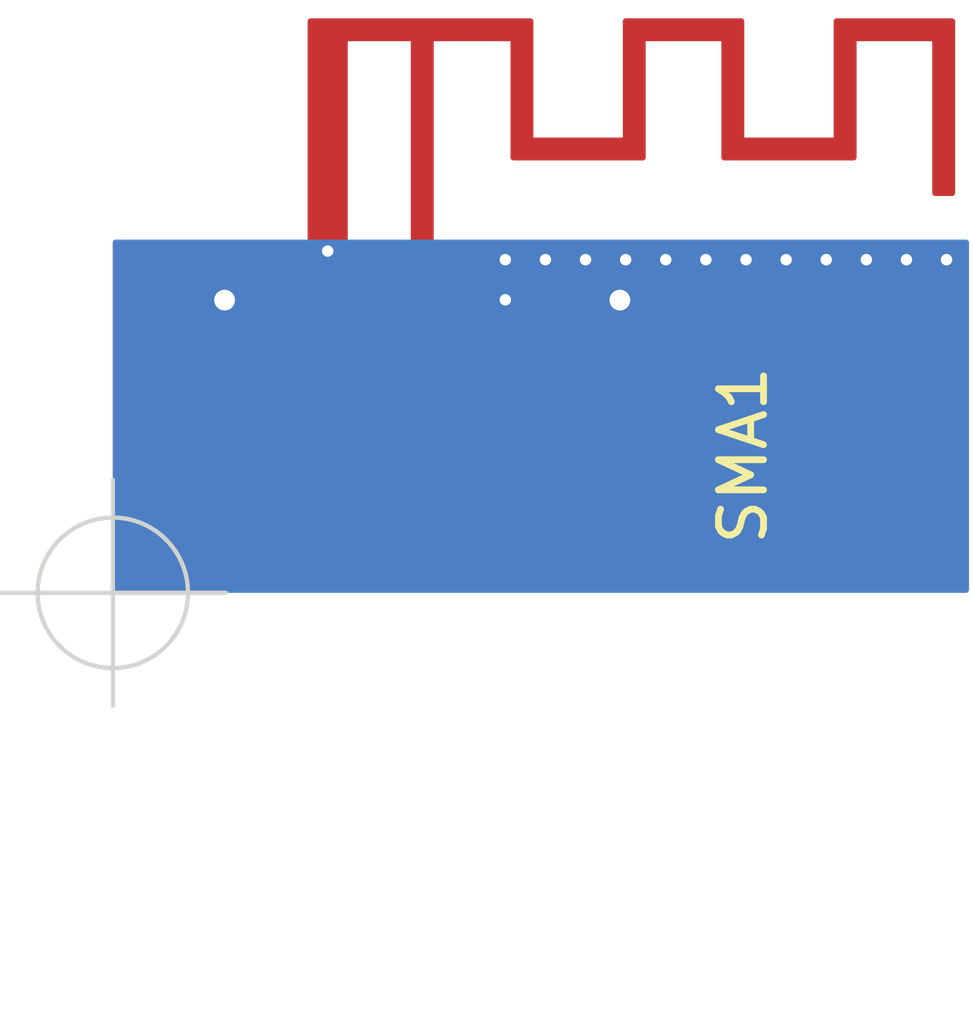
<source format=kicad_pcb>
(kicad_pcb (version 4) (host pcbnew 4.0.5)

  (general
    (links 10)
    (no_connects 0)
    (area 141.518 94.400699 163.091801 117.283401)
    (thickness 1.6)
    (drawings 7)
    (tracks 14)
    (zones 0)
    (modules 1)
    (nets 2)
  )

  (page A4)
  (layers
    (0 F.Cu signal)
    (31 B.Cu signal)
    (32 B.Adhes user hide)
    (33 F.Adhes user hide)
    (34 B.Paste user hide)
    (35 F.Paste user hide)
    (36 B.SilkS user hide)
    (37 F.SilkS user hide)
    (38 B.Mask user hide)
    (39 F.Mask user hide)
    (40 Dwgs.User user hide)
    (41 Cmts.User user hide)
    (42 Eco1.User user hide)
    (43 Eco2.User user hide)
    (44 Edge.Cuts user)
    (45 Margin user)
    (46 B.CrtYd user)
    (47 F.CrtYd user)
    (48 B.Fab user)
    (49 F.Fab user)
  )

  (setup
    (last_trace_width 2.29108)
    (user_trace_width 0.508)
    (user_trace_width 2.29108)
    (trace_clearance 0.2)
    (zone_clearance 0)
    (zone_45_only yes)
    (trace_min 0.127)
    (segment_width 0.2)
    (edge_width 0.09652)
    (via_size 0.6)
    (via_drill 0.4)
    (via_min_size 0.254)
    (via_min_drill 0.2032)
    (user_via 0.3048 0.254)
    (user_via 0.381 0.3048)
    (uvia_size 0.3)
    (uvia_drill 0.1)
    (uvias_allowed no)
    (uvia_min_size 0.2)
    (uvia_min_drill 0.1)
    (pcb_text_width 0.3)
    (pcb_text_size 1.5 1.5)
    (mod_edge_width 0.15)
    (mod_text_size 1 1)
    (mod_text_width 0.15)
    (pad_size 1.5 1.5)
    (pad_drill 0.6)
    (pad_to_mask_clearance 0)
    (aux_axis_origin 0 0)
    (grid_origin 144.018 107.5309)
    (visible_elements 7FFFFFFF)
    (pcbplotparams
      (layerselection 0x01000_80000001)
      (usegerberextensions true)
      (usegerberattributes true)
      (excludeedgelayer true)
      (linewidth 0.025400)
      (plotframeref false)
      (viasonmask false)
      (mode 1)
      (useauxorigin true)
      (hpglpennumber 1)
      (hpglpenspeed 20)
      (hpglpendiameter 15)
      (hpglpenoverlay 2)
      (psnegative false)
      (psa4output false)
      (plotreference true)
      (plotvalue true)
      (plotinvisibletext false)
      (padsonsilk false)
      (subtractmaskfromsilk false)
      (outputformat 1)
      (mirror false)
      (drillshape 0)
      (scaleselection 1)
      (outputdirectory ""))
  )

  (net 0 "")
  (net 1 GND)

  (net_class Default "This is the default net class."
    (clearance 0.2)
    (trace_width 0.25)
    (via_dia 0.6)
    (via_drill 0.4)
    (uvia_dia 0.3)
    (uvia_drill 0.1)
    (add_net GND)
  )

  (module Connectors_Molex:Molex_SMA_Jack_Edge_Mount (layer F.Cu) (tedit 587D2992) (tstamp 58AE1DF6)
    (at 150.876 102.7684 90)
    (descr "Molex SMA Jack, Edge Mount, http://www.molex.com/pdm_docs/sd/732511150_sd.pdf")
    (tags "sma edge")
    (path /58AB8622)
    (attr smd)
    (fp_text reference SMA1 (at -1.72 7.11 90) (layer F.SilkS)
      (effects (font (size 1 1) (thickness 0.15)))
    )
    (fp_text value SMA_JPXSTEM1 (at -1.72 -7.11 90) (layer F.Fab)
      (effects (font (size 1 1) (thickness 0.15)))
    )
    (fp_line (start -4.76 -0.38) (end 0.49 -0.38) (layer F.Fab) (width 0.1))
    (fp_line (start -4.76 0.38) (end 0.49 0.38) (layer F.Fab) (width 0.1))
    (fp_line (start 0.49 -0.38) (end 0.49 0.38) (layer F.Fab) (width 0.1))
    (fp_line (start 0.49 3.75) (end 0.49 4.76) (layer F.Fab) (width 0.1))
    (fp_line (start 0.49 -4.76) (end 0.49 -3.75) (layer F.Fab) (width 0.1))
    (fp_line (start -14.29 -6.09) (end -14.29 6.09) (layer F.CrtYd) (width 0.05))
    (fp_line (start -14.29 6.09) (end 2.71 6.09) (layer F.CrtYd) (width 0.05))
    (fp_line (start 2.71 -6.09) (end 2.71 6.09) (layer B.CrtYd) (width 0.05))
    (fp_line (start -14.29 -6.09) (end 2.71 -6.09) (layer B.CrtYd) (width 0.05))
    (fp_line (start -14.29 -6.09) (end -14.29 6.09) (layer B.CrtYd) (width 0.05))
    (fp_line (start -14.29 6.09) (end 2.71 6.09) (layer B.CrtYd) (width 0.05))
    (fp_line (start 2.71 -6.09) (end 2.71 6.09) (layer F.CrtYd) (width 0.05))
    (fp_line (start 2.71 -6.09) (end -14.29 -6.09) (layer F.CrtYd) (width 0.05))
    (fp_line (start -4.76 -3.75) (end 0.49 -3.75) (layer F.Fab) (width 0.1))
    (fp_line (start -4.76 3.75) (end 0.49 3.75) (layer F.Fab) (width 0.1))
    (fp_line (start -13.79 -2.65) (end -5.91 -2.65) (layer F.Fab) (width 0.1))
    (fp_line (start -13.79 -2.65) (end -13.79 2.65) (layer F.Fab) (width 0.1))
    (fp_line (start -13.79 2.65) (end -5.91 2.65) (layer F.Fab) (width 0.1))
    (fp_line (start -4.76 -3.75) (end -4.76 3.75) (layer F.Fab) (width 0.1))
    (fp_line (start 0.49 -4.76) (end -5.91 -4.76) (layer F.Fab) (width 0.1))
    (fp_line (start -5.91 -4.76) (end -5.91 4.76) (layer F.Fab) (width 0.1))
    (fp_line (start -5.91 4.76) (end 0.49 4.76) (layer F.Fab) (width 0.1))
    (pad 1 smd rect (at -1.72 0 90) (size 5.08 2.29) (layers F.Cu F.Paste F.Mask)
      (net 1 GND))
    (pad 2 smd rect (at -1.72 -4.38 90) (size 5.08 2.42) (layers F.Cu F.Paste F.Mask)
      (net 1 GND))
    (pad 2 smd rect (at -1.72 4.38 90) (size 5.08 2.42) (layers F.Cu F.Paste F.Mask)
      (net 1 GND))
    (pad 2 smd rect (at -1.72 -4.38 90) (size 5.08 2.42) (layers B.Cu B.Paste B.Mask)
      (net 1 GND))
    (pad 2 smd rect (at -1.72 4.38 90) (size 5.08 2.42) (layers B.Cu B.Paste B.Mask)
      (net 1 GND))
    (pad 2 thru_hole circle (at 1.72 -4.38 90) (size 0.97 0.97) (drill 0.46) (layers *.Cu)
      (net 1 GND))
    (pad 2 thru_hole circle (at 1.72 4.38 90) (size 0.97 0.97) (drill 0.46) (layers *.Cu)
      (net 1 GND))
    (pad 2 smd rect (at 1.27 -4.38 90) (size 0.89 0.46) (layers F.Cu)
      (net 1 GND))
    (pad 2 smd rect (at 1.27 4.38 90) (size 0.89 0.46) (layers F.Cu)
      (net 1 GND))
    (pad 2 smd rect (at 1.27 -4.38 90) (size 0.89 0.46) (layers B.Cu)
      (net 1 GND))
    (pad 2 smd rect (at 1.27 4.38 90) (size 0.89 0.46) (layers B.Cu)
      (net 1 GND))
  )

  (gr_line (start 147.828 99.7077) (end 147.828 94.5007) (angle 90) (layer Margin) (width 0.2))
  (gr_line (start 144.018 99.7077) (end 147.828 99.7077) (angle 90) (layer Margin) (width 0.2))
  (gr_line (start 144.018 107.5309) (end 144.018 99.7077) (angle 90) (layer Margin) (width 0.2))
  (gr_line (start 162.9918 107.5309) (end 144.018 107.5309) (angle 90) (layer Margin) (width 0.2))
  (gr_line (start 162.9918 94.5007) (end 162.9918 107.5309) (angle 90) (layer Margin) (width 0.2))
  (gr_line (start 147.828 94.5007) (end 162.9918 94.5007) (angle 90) (layer Margin) (width 0.2))
  (target plus (at 144.018 107.5309) (size 5) (width 0.09652) (layer Edge.Cuts))

  (via (at 162.4965 100.1522) (size 0.3048) (drill 0.254) (layers F.Cu B.Cu) (net 1))
  (via (at 161.6075 100.1522) (size 0.3048) (drill 0.254) (layers F.Cu B.Cu) (net 1))
  (via (at 160.7185 100.1522) (size 0.3048) (drill 0.254) (layers F.Cu B.Cu) (net 1))
  (via (at 159.8295 100.1522) (size 0.3048) (drill 0.254) (layers F.Cu B.Cu) (net 1))
  (via (at 158.9405 100.1522) (size 0.3048) (drill 0.254) (layers F.Cu B.Cu) (net 1))
  (via (at 158.0515 100.1522) (size 0.3048) (drill 0.254) (layers F.Cu B.Cu) (net 1))
  (via (at 157.1625 100.1522) (size 0.3048) (drill 0.254) (layers F.Cu B.Cu) (net 1))
  (via (at 156.2735 100.1522) (size 0.3048) (drill 0.254) (layers F.Cu B.Cu) (net 1))
  (via (at 155.3845 100.1522) (size 0.3048) (drill 0.254) (layers F.Cu B.Cu) (net 1))
  (via (at 154.4955 100.1522) (size 0.3048) (drill 0.254) (layers F.Cu B.Cu) (net 1))
  (via (at 153.6065 100.1522) (size 0.3048) (drill 0.254) (layers F.Cu B.Cu) (net 1))
  (via (at 152.7175 101.0412) (size 0.3048) (drill 0.254) (layers F.Cu B.Cu) (net 1))
  (via (at 152.7175 100.1522) (size 0.3048) (drill 0.254) (layers F.Cu B.Cu) (net 1))
  (via (at 148.7805 99.9617) (size 0.3048) (drill 0.254) (layers F.Cu B.Cu) (net 1))

  (zone (net 1) (net_name GND) (layer F.Cu) (tstamp 58AE73CE) (hatch edge 0.508)
    (connect_pads yes (clearance 0.254))
    (min_thickness 0.127)
    (fill yes (mode segment) (arc_segments 16) (thermal_gap 0.508) (thermal_bridge_width 0.508))
    (polygon
      (pts
        (xy 153.3398 97.4471) (xy 155.321 97.4471) (xy 155.321 94.8055) (xy 158.0134 94.8055) (xy 158.0134 97.4471)
        (xy 159.9946 97.4471) (xy 159.9946 94.8055) (xy 162.687 94.8055) (xy 162.687 98.7425) (xy 162.179 98.7425)
        (xy 162.179 95.3135) (xy 160.5026 95.3135) (xy 160.5026 97.9551) (xy 157.5054 97.9551) (xy 157.5054 95.3135)
        (xy 155.829 95.3135) (xy 155.829 97.9551) (xy 152.8318 97.9551) (xy 152.8318 95.3135) (xy 151.13 95.3135)
        (xy 151.13 100.2157) (xy 152.019 100.2157) (xy 152.019 107.0229) (xy 149.733 107.0229) (xy 149.733 100.2157)
        (xy 150.622 100.2157) (xy 150.622 95.3135) (xy 149.225 95.3135) (xy 149.225 100.2157) (xy 148.8567 100.2157)
        (xy 148.8567 100.3427) (xy 149.352 100.3427) (xy 149.352 99.7077) (xy 149.479 99.7077) (xy 149.479 107.2769)
        (xy 152.273 107.2769) (xy 152.273 99.7077) (xy 162.9918 99.7077) (xy 162.9918 107.5309) (xy 144.018 107.5309)
        (xy 144.018 99.7077) (xy 148.209 99.7077) (xy 148.209 100.3427) (xy 148.7043 100.3427) (xy 148.7043 100.2157)
        (xy 148.336 100.2157) (xy 148.336 94.8055) (xy 153.3398 94.8055)
      )
    )
    (filled_polygon
      (pts
        (xy 153.2763 97.4471) (xy 153.281303 97.471805) (xy 153.295523 97.492617) (xy 153.31672 97.506257) (xy 153.3398 97.5106)
        (xy 155.321 97.5106) (xy 155.345705 97.505597) (xy 155.366517 97.491377) (xy 155.380157 97.47018) (xy 155.3845 97.4471)
        (xy 155.3845 94.869) (xy 157.9499 94.869) (xy 157.9499 97.4471) (xy 157.954903 97.471805) (xy 157.969123 97.492617)
        (xy 157.99032 97.506257) (xy 158.0134 97.5106) (xy 159.9946 97.5106) (xy 160.019305 97.505597) (xy 160.040117 97.491377)
        (xy 160.053757 97.47018) (xy 160.0581 97.4471) (xy 160.0581 94.869) (xy 162.6235 94.869) (xy 162.6235 98.679)
        (xy 162.2425 98.679) (xy 162.2425 95.3135) (xy 162.237497 95.288795) (xy 162.223277 95.267983) (xy 162.20208 95.254343)
        (xy 162.179 95.25) (xy 160.5026 95.25) (xy 160.477895 95.255003) (xy 160.457083 95.269223) (xy 160.443443 95.29042)
        (xy 160.4391 95.3135) (xy 160.4391 97.8916) (xy 157.5689 97.8916) (xy 157.5689 95.3135) (xy 157.563897 95.288795)
        (xy 157.549677 95.267983) (xy 157.52848 95.254343) (xy 157.5054 95.25) (xy 155.829 95.25) (xy 155.804295 95.255003)
        (xy 155.783483 95.269223) (xy 155.769843 95.29042) (xy 155.7655 95.3135) (xy 155.7655 97.8916) (xy 152.8953 97.8916)
        (xy 152.8953 95.3135) (xy 152.890297 95.288795) (xy 152.876077 95.267983) (xy 152.85488 95.254343) (xy 152.8318 95.25)
        (xy 151.13 95.25) (xy 151.105295 95.255003) (xy 151.084483 95.269223) (xy 151.070843 95.29042) (xy 151.0665 95.3135)
        (xy 151.0665 100.2157) (xy 151.071503 100.240405) (xy 151.085723 100.261217) (xy 151.10692 100.274857) (xy 151.13 100.2792)
        (xy 151.9555 100.2792) (xy 151.9555 106.9594) (xy 149.7965 106.9594) (xy 149.7965 100.2792) (xy 150.622 100.2792)
        (xy 150.646705 100.274197) (xy 150.667517 100.259977) (xy 150.681157 100.23878) (xy 150.6855 100.2157) (xy 150.6855 95.3135)
        (xy 150.680497 95.288795) (xy 150.666277 95.267983) (xy 150.64508 95.254343) (xy 150.622 95.25) (xy 149.225 95.25)
        (xy 149.200295 95.255003) (xy 149.179483 95.269223) (xy 149.165843 95.29042) (xy 149.1615 95.3135) (xy 149.1615 100.1522)
        (xy 148.8567 100.1522) (xy 148.831995 100.157203) (xy 148.811183 100.171423) (xy 148.797543 100.19262) (xy 148.7932 100.2157)
        (xy 148.7932 100.3427) (xy 148.798203 100.367405) (xy 148.812423 100.388217) (xy 148.83362 100.401857) (xy 148.8567 100.4062)
        (xy 149.352 100.4062) (xy 149.376705 100.401197) (xy 149.397517 100.386977) (xy 149.411157 100.36578) (xy 149.4155 100.3427)
        (xy 149.4155 107.2769) (xy 149.420503 107.301605) (xy 149.434723 107.322417) (xy 149.45592 107.336057) (xy 149.479 107.3404)
        (xy 152.273 107.3404) (xy 152.297705 107.335397) (xy 152.318517 107.321177) (xy 152.332157 107.29998) (xy 152.3365 107.2769)
        (xy 152.3365 99.7712) (xy 162.9283 99.7712) (xy 162.9283 107.4674) (xy 144.0815 107.4674) (xy 144.0815 99.7712)
        (xy 148.1455 99.7712) (xy 148.1455 100.3427) (xy 148.150503 100.367405) (xy 148.164723 100.388217) (xy 148.18592 100.401857)
        (xy 148.209 100.4062) (xy 148.7043 100.4062) (xy 148.729005 100.401197) (xy 148.749817 100.386977) (xy 148.763457 100.36578)
        (xy 148.7678 100.3427) (xy 148.7678 100.2157) (xy 148.762797 100.190995) (xy 148.748577 100.170183) (xy 148.72738 100.156543)
        (xy 148.7043 100.1522) (xy 148.3995 100.1522) (xy 148.3995 94.869) (xy 153.2763 94.869)
      )
    )
    (fill_segments
      (pts (xy 148.3995 94.869) (xy 153.2763 94.869))
      (pts (xy 155.3845 94.869) (xy 157.9499 94.869))
      (pts (xy 160.0581 94.869) (xy 162.6235 94.869))
      (pts (xy 148.3995 94.9452) (xy 153.2763 94.9452))
      (pts (xy 155.3845 94.9452) (xy 157.9499 94.9452))
      (pts (xy 160.0581 94.9452) (xy 162.6235 94.9452))
      (pts (xy 148.3995 95.0214) (xy 153.2763 95.0214))
      (pts (xy 155.3845 95.0214) (xy 157.9499 95.0214))
      (pts (xy 160.0581 95.0214) (xy 162.6235 95.0214))
      (pts (xy 148.3995 95.0976) (xy 153.2763 95.0976))
      (pts (xy 155.3845 95.0976) (xy 157.9499 95.0976))
      (pts (xy 160.0581 95.0976) (xy 162.6235 95.0976))
      (pts (xy 148.3995 95.1738) (xy 153.2763 95.1738))
      (pts (xy 155.3845 95.1738) (xy 157.9499 95.1738))
      (pts (xy 160.0581 95.1738) (xy 162.6235 95.1738))
      (pts (xy 148.3995 95.25) (xy 149.225 95.25))
      (pts (xy 150.622 95.25) (xy 151.13 95.25))
      (pts (xy 152.8318 95.25) (xy 153.2763 95.25))
      (pts (xy 155.3845 95.25) (xy 155.829 95.25))
      (pts (xy 157.5054 95.25) (xy 157.9499 95.25))
      (pts (xy 160.0581 95.25) (xy 160.5026 95.25))
      (pts (xy 162.179 95.25) (xy 162.6235 95.25))
      (pts (xy 148.3995 95.3262) (xy 149.1615 95.3262))
      (pts (xy 150.6855 95.3262) (xy 151.0665 95.3262))
      (pts (xy 152.8953 95.3262) (xy 153.2763 95.3262))
      (pts (xy 155.3845 95.3262) (xy 155.7655 95.3262))
      (pts (xy 157.5689 95.3262) (xy 157.9499 95.3262))
      (pts (xy 160.0581 95.3262) (xy 160.4391 95.3262))
      (pts (xy 162.2425 95.3262) (xy 162.6235 95.3262))
      (pts (xy 148.3995 95.4024) (xy 149.1615 95.4024))
      (pts (xy 150.6855 95.4024) (xy 151.0665 95.4024))
      (pts (xy 152.8953 95.4024) (xy 153.2763 95.4024))
      (pts (xy 155.3845 95.4024) (xy 155.7655 95.4024))
      (pts (xy 157.5689 95.4024) (xy 157.9499 95.4024))
      (pts (xy 160.0581 95.4024) (xy 160.4391 95.4024))
      (pts (xy 162.2425 95.4024) (xy 162.6235 95.4024))
      (pts (xy 148.3995 95.4786) (xy 149.1615 95.4786))
      (pts (xy 150.6855 95.4786) (xy 151.0665 95.4786))
      (pts (xy 152.8953 95.4786) (xy 153.2763 95.4786))
      (pts (xy 155.3845 95.4786) (xy 155.7655 95.4786))
      (pts (xy 157.5689 95.4786) (xy 157.9499 95.4786))
      (pts (xy 160.0581 95.4786) (xy 160.4391 95.4786))
      (pts (xy 162.2425 95.4786) (xy 162.6235 95.4786))
      (pts (xy 148.3995 95.5548) (xy 149.1615 95.5548))
      (pts (xy 150.6855 95.5548) (xy 151.0665 95.5548))
      (pts (xy 152.8953 95.5548) (xy 153.2763 95.5548))
      (pts (xy 155.3845 95.5548) (xy 155.7655 95.5548))
      (pts (xy 157.5689 95.5548) (xy 157.9499 95.5548))
      (pts (xy 160.0581 95.5548) (xy 160.4391 95.5548))
      (pts (xy 162.2425 95.5548) (xy 162.6235 95.5548))
      (pts (xy 148.3995 95.631) (xy 149.1615 95.631))
      (pts (xy 150.6855 95.631) (xy 151.0665 95.631))
      (pts (xy 152.8953 95.631) (xy 153.2763 95.631))
      (pts (xy 155.3845 95.631) (xy 155.7655 95.631))
      (pts (xy 157.5689 95.631) (xy 157.9499 95.631))
      (pts (xy 160.0581 95.631) (xy 160.4391 95.631))
      (pts (xy 162.2425 95.631) (xy 162.6235 95.631))
      (pts (xy 148.3995 95.7072) (xy 149.1615 95.7072))
      (pts (xy 150.6855 95.7072) (xy 151.0665 95.7072))
      (pts (xy 152.8953 95.7072) (xy 153.2763 95.7072))
      (pts (xy 155.3845 95.7072) (xy 155.7655 95.7072))
      (pts (xy 157.5689 95.7072) (xy 157.9499 95.7072))
      (pts (xy 160.0581 95.7072) (xy 160.4391 95.7072))
      (pts (xy 162.2425 95.7072) (xy 162.6235 95.7072))
      (pts (xy 148.3995 95.7834) (xy 149.1615 95.7834))
      (pts (xy 150.6855 95.7834) (xy 151.0665 95.7834))
      (pts (xy 152.8953 95.7834) (xy 153.2763 95.7834))
      (pts (xy 155.3845 95.7834) (xy 155.7655 95.7834))
      (pts (xy 157.5689 95.7834) (xy 157.9499 95.7834))
      (pts (xy 160.0581 95.7834) (xy 160.4391 95.7834))
      (pts (xy 162.2425 95.7834) (xy 162.6235 95.7834))
      (pts (xy 148.3995 95.8596) (xy 149.1615 95.8596))
      (pts (xy 150.6855 95.8596) (xy 151.0665 95.8596))
      (pts (xy 152.8953 95.8596) (xy 153.2763 95.8596))
      (pts (xy 155.3845 95.8596) (xy 155.7655 95.8596))
      (pts (xy 157.5689 95.8596) (xy 157.9499 95.8596))
      (pts (xy 160.0581 95.8596) (xy 160.4391 95.8596))
      (pts (xy 162.2425 95.8596) (xy 162.6235 95.8596))
      (pts (xy 148.3995 95.9358) (xy 149.1615 95.9358))
      (pts (xy 150.6855 95.9358) (xy 151.0665 95.9358))
      (pts (xy 152.8953 95.9358) (xy 153.2763 95.9358))
      (pts (xy 155.3845 95.9358) (xy 155.7655 95.9358))
      (pts (xy 157.5689 95.9358) (xy 157.9499 95.9358))
      (pts (xy 160.0581 95.9358) (xy 160.4391 95.9358))
      (pts (xy 162.2425 95.9358) (xy 162.6235 95.9358))
      (pts (xy 148.3995 96.012) (xy 149.1615 96.012))
      (pts (xy 150.6855 96.012) (xy 151.0665 96.012))
      (pts (xy 152.8953 96.012) (xy 153.2763 96.012))
      (pts (xy 155.3845 96.012) (xy 155.7655 96.012))
      (pts (xy 157.5689 96.012) (xy 157.9499 96.012))
      (pts (xy 160.0581 96.012) (xy 160.4391 96.012))
      (pts (xy 162.2425 96.012) (xy 162.6235 96.012))
      (pts (xy 148.3995 96.0882) (xy 149.1615 96.0882))
      (pts (xy 150.6855 96.0882) (xy 151.0665 96.0882))
      (pts (xy 152.8953 96.0882) (xy 153.2763 96.0882))
      (pts (xy 155.3845 96.0882) (xy 155.7655 96.0882))
      (pts (xy 157.5689 96.0882) (xy 157.9499 96.0882))
      (pts (xy 160.0581 96.0882) (xy 160.4391 96.0882))
      (pts (xy 162.2425 96.0882) (xy 162.6235 96.0882))
      (pts (xy 148.3995 96.1644) (xy 149.1615 96.1644))
      (pts (xy 150.6855 96.1644) (xy 151.0665 96.1644))
      (pts (xy 152.8953 96.1644) (xy 153.2763 96.1644))
      (pts (xy 155.3845 96.1644) (xy 155.7655 96.1644))
      (pts (xy 157.5689 96.1644) (xy 157.9499 96.1644))
      (pts (xy 160.0581 96.1644) (xy 160.4391 96.1644))
      (pts (xy 162.2425 96.1644) (xy 162.6235 96.1644))
      (pts (xy 148.3995 96.2406) (xy 149.1615 96.2406))
      (pts (xy 150.6855 96.2406) (xy 151.0665 96.2406))
      (pts (xy 152.8953 96.2406) (xy 153.2763 96.2406))
      (pts (xy 155.3845 96.2406) (xy 155.7655 96.2406))
      (pts (xy 157.5689 96.2406) (xy 157.9499 96.2406))
      (pts (xy 160.0581 96.2406) (xy 160.4391 96.2406))
      (pts (xy 162.2425 96.2406) (xy 162.6235 96.2406))
      (pts (xy 148.3995 96.3168) (xy 149.1615 96.3168))
      (pts (xy 150.6855 96.3168) (xy 151.0665 96.3168))
      (pts (xy 152.8953 96.3168) (xy 153.2763 96.3168))
      (pts (xy 155.3845 96.3168) (xy 155.7655 96.3168))
      (pts (xy 157.5689 96.3168) (xy 157.9499 96.3168))
      (pts (xy 160.0581 96.3168) (xy 160.4391 96.3168))
      (pts (xy 162.2425 96.3168) (xy 162.6235 96.3168))
      (pts (xy 148.3995 96.393) (xy 149.1615 96.393))
      (pts (xy 150.6855 96.393) (xy 151.0665 96.393))
      (pts (xy 152.8953 96.393) (xy 153.2763 96.393))
      (pts (xy 155.3845 96.393) (xy 155.7655 96.393))
      (pts (xy 157.5689 96.393) (xy 157.9499 96.393))
      (pts (xy 160.0581 96.393) (xy 160.4391 96.393))
      (pts (xy 162.2425 96.393) (xy 162.6235 96.393))
      (pts (xy 148.3995 96.4692) (xy 149.1615 96.4692))
      (pts (xy 150.6855 96.4692) (xy 151.0665 96.4692))
      (pts (xy 152.8953 96.4692) (xy 153.2763 96.4692))
      (pts (xy 155.3845 96.4692) (xy 155.7655 96.4692))
      (pts (xy 157.5689 96.4692) (xy 157.9499 96.4692))
      (pts (xy 160.0581 96.4692) (xy 160.4391 96.4692))
      (pts (xy 162.2425 96.4692) (xy 162.6235 96.4692))
      (pts (xy 148.3995 96.5454) (xy 149.1615 96.5454))
      (pts (xy 150.6855 96.5454) (xy 151.0665 96.5454))
      (pts (xy 152.8953 96.5454) (xy 153.2763 96.5454))
      (pts (xy 155.3845 96.5454) (xy 155.7655 96.5454))
      (pts (xy 157.5689 96.5454) (xy 157.9499 96.5454))
      (pts (xy 160.0581 96.5454) (xy 160.4391 96.5454))
      (pts (xy 162.2425 96.5454) (xy 162.6235 96.5454))
      (pts (xy 148.3995 96.6216) (xy 149.1615 96.6216))
      (pts (xy 150.6855 96.6216) (xy 151.0665 96.6216))
      (pts (xy 152.8953 96.6216) (xy 153.2763 96.6216))
      (pts (xy 155.3845 96.6216) (xy 155.7655 96.6216))
      (pts (xy 157.5689 96.6216) (xy 157.9499 96.6216))
      (pts (xy 160.0581 96.6216) (xy 160.4391 96.6216))
      (pts (xy 162.2425 96.6216) (xy 162.6235 96.6216))
      (pts (xy 148.3995 96.6978) (xy 149.1615 96.6978))
      (pts (xy 150.6855 96.6978) (xy 151.0665 96.6978))
      (pts (xy 152.8953 96.6978) (xy 153.2763 96.6978))
      (pts (xy 155.3845 96.6978) (xy 155.7655 96.6978))
      (pts (xy 157.5689 96.6978) (xy 157.9499 96.6978))
      (pts (xy 160.0581 96.6978) (xy 160.4391 96.6978))
      (pts (xy 162.2425 96.6978) (xy 162.6235 96.6978))
      (pts (xy 148.3995 96.774) (xy 149.1615 96.774))
      (pts (xy 150.6855 96.774) (xy 151.0665 96.774))
      (pts (xy 152.8953 96.774) (xy 153.2763 96.774))
      (pts (xy 155.3845 96.774) (xy 155.7655 96.774))
      (pts (xy 157.5689 96.774) (xy 157.9499 96.774))
      (pts (xy 160.0581 96.774) (xy 160.4391 96.774))
      (pts (xy 162.2425 96.774) (xy 162.6235 96.774))
      (pts (xy 148.3995 96.8502) (xy 149.1615 96.8502))
      (pts (xy 150.6855 96.8502) (xy 151.0665 96.8502))
      (pts (xy 152.8953 96.8502) (xy 153.2763 96.8502))
      (pts (xy 155.3845 96.8502) (xy 155.7655 96.8502))
      (pts (xy 157.5689 96.8502) (xy 157.9499 96.8502))
      (pts (xy 160.0581 96.8502) (xy 160.4391 96.8502))
      (pts (xy 162.2425 96.8502) (xy 162.6235 96.8502))
      (pts (xy 148.3995 96.9264) (xy 149.1615 96.9264))
      (pts (xy 150.6855 96.9264) (xy 151.0665 96.9264))
      (pts (xy 152.8953 96.9264) (xy 153.2763 96.9264))
      (pts (xy 155.3845 96.9264) (xy 155.7655 96.9264))
      (pts (xy 157.5689 96.9264) (xy 157.9499 96.9264))
      (pts (xy 160.0581 96.9264) (xy 160.4391 96.9264))
      (pts (xy 162.2425 96.9264) (xy 162.6235 96.9264))
      (pts (xy 148.3995 97.0026) (xy 149.1615 97.0026))
      (pts (xy 150.6855 97.0026) (xy 151.0665 97.0026))
      (pts (xy 152.8953 97.0026) (xy 153.2763 97.0026))
      (pts (xy 155.3845 97.0026) (xy 155.7655 97.0026))
      (pts (xy 157.5689 97.0026) (xy 157.9499 97.0026))
      (pts (xy 160.0581 97.0026) (xy 160.4391 97.0026))
      (pts (xy 162.2425 97.0026) (xy 162.6235 97.0026))
      (pts (xy 148.3995 97.0788) (xy 149.1615 97.0788))
      (pts (xy 150.6855 97.0788) (xy 151.0665 97.0788))
      (pts (xy 152.8953 97.0788) (xy 153.2763 97.0788))
      (pts (xy 155.3845 97.0788) (xy 155.7655 97.0788))
      (pts (xy 157.5689 97.0788) (xy 157.9499 97.0788))
      (pts (xy 160.0581 97.0788) (xy 160.4391 97.0788))
      (pts (xy 162.2425 97.0788) (xy 162.6235 97.0788))
      (pts (xy 148.3995 97.155) (xy 149.1615 97.155))
      (pts (xy 150.6855 97.155) (xy 151.0665 97.155))
      (pts (xy 152.8953 97.155) (xy 153.2763 97.155))
      (pts (xy 155.3845 97.155) (xy 155.7655 97.155))
      (pts (xy 157.5689 97.155) (xy 157.9499 97.155))
      (pts (xy 160.0581 97.155) (xy 160.4391 97.155))
      (pts (xy 162.2425 97.155) (xy 162.6235 97.155))
      (pts (xy 148.3995 97.2312) (xy 149.1615 97.2312))
      (pts (xy 150.6855 97.2312) (xy 151.0665 97.2312))
      (pts (xy 152.8953 97.2312) (xy 153.2763 97.2312))
      (pts (xy 155.3845 97.2312) (xy 155.7655 97.2312))
      (pts (xy 157.5689 97.2312) (xy 157.9499 97.2312))
      (pts (xy 160.0581 97.2312) (xy 160.4391 97.2312))
      (pts (xy 162.2425 97.2312) (xy 162.6235 97.2312))
      (pts (xy 148.3995 97.3074) (xy 149.1615 97.3074))
      (pts (xy 150.6855 97.3074) (xy 151.0665 97.3074))
      (pts (xy 152.8953 97.3074) (xy 153.2763 97.3074))
      (pts (xy 155.3845 97.3074) (xy 155.7655 97.3074))
      (pts (xy 157.5689 97.3074) (xy 157.9499 97.3074))
      (pts (xy 160.0581 97.3074) (xy 160.4391 97.3074))
      (pts (xy 162.2425 97.3074) (xy 162.6235 97.3074))
      (pts (xy 148.3995 97.3836) (xy 149.1615 97.3836))
      (pts (xy 150.6855 97.3836) (xy 151.0665 97.3836))
      (pts (xy 152.8953 97.3836) (xy 153.2763 97.3836))
      (pts (xy 155.3845 97.3836) (xy 155.7655 97.3836))
      (pts (xy 157.5689 97.3836) (xy 157.9499 97.3836))
      (pts (xy 160.0581 97.3836) (xy 160.4391 97.3836))
      (pts (xy 162.2425 97.3836) (xy 162.6235 97.3836))
      (pts (xy 148.3995 97.4598) (xy 149.1615 97.4598))
      (pts (xy 150.6855 97.4598) (xy 151.0665 97.4598))
      (pts (xy 152.8953 97.4598) (xy 153.278871 97.4598))
      (pts (xy 155.38211 97.4598) (xy 155.7655 97.4598))
      (pts (xy 157.5689 97.4598) (xy 157.952471 97.4598))
      (pts (xy 160.05571 97.4598) (xy 160.4391 97.4598))
      (pts (xy 162.2425 97.4598) (xy 162.6235 97.4598))
      (pts (xy 148.3995 97.536) (xy 149.1615 97.536))
      (pts (xy 150.6855 97.536) (xy 151.0665 97.536))
      (pts (xy 152.8953 97.536) (xy 155.7655 97.536))
      (pts (xy 157.5689 97.536) (xy 160.4391 97.536))
      (pts (xy 162.2425 97.536) (xy 162.6235 97.536))
      (pts (xy 148.3995 97.6122) (xy 149.1615 97.6122))
      (pts (xy 150.6855 97.6122) (xy 151.0665 97.6122))
      (pts (xy 152.8953 97.6122) (xy 155.7655 97.6122))
      (pts (xy 157.5689 97.6122) (xy 160.4391 97.6122))
      (pts (xy 162.2425 97.6122) (xy 162.6235 97.6122))
      (pts (xy 148.3995 97.6884) (xy 149.1615 97.6884))
      (pts (xy 150.6855 97.6884) (xy 151.0665 97.6884))
      (pts (xy 152.8953 97.6884) (xy 155.7655 97.6884))
      (pts (xy 157.5689 97.6884) (xy 160.4391 97.6884))
      (pts (xy 162.2425 97.6884) (xy 162.6235 97.6884))
      (pts (xy 148.3995 97.7646) (xy 149.1615 97.7646))
      (pts (xy 150.6855 97.7646) (xy 151.0665 97.7646))
      (pts (xy 152.8953 97.7646) (xy 155.7655 97.7646))
      (pts (xy 157.5689 97.7646) (xy 160.4391 97.7646))
      (pts (xy 162.2425 97.7646) (xy 162.6235 97.7646))
      (pts (xy 148.3995 97.8408) (xy 149.1615 97.8408))
      (pts (xy 150.6855 97.8408) (xy 151.0665 97.8408))
      (pts (xy 152.8953 97.8408) (xy 155.7655 97.8408))
      (pts (xy 157.5689 97.8408) (xy 160.4391 97.8408))
      (pts (xy 162.2425 97.8408) (xy 162.6235 97.8408))
      (pts (xy 148.3995 97.917) (xy 149.1615 97.917))
      (pts (xy 150.6855 97.917) (xy 151.0665 97.917))
      (pts (xy 162.2425 97.917) (xy 162.6235 97.917))
      (pts (xy 148.3995 97.9932) (xy 149.1615 97.9932))
      (pts (xy 150.6855 97.9932) (xy 151.0665 97.9932))
      (pts (xy 162.2425 97.9932) (xy 162.6235 97.9932))
      (pts (xy 148.3995 98.0694) (xy 149.1615 98.0694))
      (pts (xy 150.6855 98.0694) (xy 151.0665 98.0694))
      (pts (xy 162.2425 98.0694) (xy 162.6235 98.0694))
      (pts (xy 148.3995 98.1456) (xy 149.1615 98.1456))
      (pts (xy 150.6855 98.1456) (xy 151.0665 98.1456))
      (pts (xy 162.2425 98.1456) (xy 162.6235 98.1456))
      (pts (xy 148.3995 98.2218) (xy 149.1615 98.2218))
      (pts (xy 150.6855 98.2218) (xy 151.0665 98.2218))
      (pts (xy 162.2425 98.2218) (xy 162.6235 98.2218))
      (pts (xy 148.3995 98.298) (xy 149.1615 98.298))
      (pts (xy 150.6855 98.298) (xy 151.0665 98.298))
      (pts (xy 162.2425 98.298) (xy 162.6235 98.298))
      (pts (xy 148.3995 98.3742) (xy 149.1615 98.3742))
      (pts (xy 150.6855 98.3742) (xy 151.0665 98.3742))
      (pts (xy 162.2425 98.3742) (xy 162.6235 98.3742))
      (pts (xy 148.3995 98.4504) (xy 149.1615 98.4504))
      (pts (xy 150.6855 98.4504) (xy 151.0665 98.4504))
      (pts (xy 162.2425 98.4504) (xy 162.6235 98.4504))
      (pts (xy 148.3995 98.5266) (xy 149.1615 98.5266))
      (pts (xy 150.6855 98.5266) (xy 151.0665 98.5266))
      (pts (xy 162.2425 98.5266) (xy 162.6235 98.5266))
      (pts (xy 148.3995 98.6028) (xy 149.1615 98.6028))
      (pts (xy 150.6855 98.6028) (xy 151.0665 98.6028))
      (pts (xy 162.2425 98.6028) (xy 162.6235 98.6028))
      (pts (xy 148.3995 98.679) (xy 149.1615 98.679))
      (pts (xy 150.6855 98.679) (xy 151.0665 98.679))
      (pts (xy 148.3995 98.7552) (xy 149.1615 98.7552))
      (pts (xy 150.6855 98.7552) (xy 151.0665 98.7552))
      (pts (xy 148.3995 98.8314) (xy 149.1615 98.8314))
      (pts (xy 150.6855 98.8314) (xy 151.0665 98.8314))
      (pts (xy 148.3995 98.9076) (xy 149.1615 98.9076))
      (pts (xy 150.6855 98.9076) (xy 151.0665 98.9076))
      (pts (xy 148.3995 98.9838) (xy 149.1615 98.9838))
      (pts (xy 150.6855 98.9838) (xy 151.0665 98.9838))
      (pts (xy 148.3995 99.06) (xy 149.1615 99.06))
      (pts (xy 150.6855 99.06) (xy 151.0665 99.06))
      (pts (xy 148.3995 99.1362) (xy 149.1615 99.1362))
      (pts (xy 150.6855 99.1362) (xy 151.0665 99.1362))
      (pts (xy 148.3995 99.2124) (xy 149.1615 99.2124))
      (pts (xy 150.6855 99.2124) (xy 151.0665 99.2124))
      (pts (xy 148.3995 99.2886) (xy 149.1615 99.2886))
      (pts (xy 150.6855 99.2886) (xy 151.0665 99.2886))
      (pts (xy 148.3995 99.3648) (xy 149.1615 99.3648))
      (pts (xy 150.6855 99.3648) (xy 151.0665 99.3648))
      (pts (xy 148.3995 99.441) (xy 149.1615 99.441))
      (pts (xy 150.6855 99.441) (xy 151.0665 99.441))
      (pts (xy 148.3995 99.5172) (xy 149.1615 99.5172))
      (pts (xy 150.6855 99.5172) (xy 151.0665 99.5172))
      (pts (xy 148.3995 99.5934) (xy 149.1615 99.5934))
      (pts (xy 150.6855 99.5934) (xy 151.0665 99.5934))
      (pts (xy 148.3995 99.6696) (xy 149.1615 99.6696))
      (pts (xy 150.6855 99.6696) (xy 151.0665 99.6696))
      (pts (xy 148.3995 99.7458) (xy 149.1615 99.7458))
      (pts (xy 150.6855 99.7458) (xy 151.0665 99.7458))
      (pts (xy 144.0815 99.822) (xy 148.1455 99.822))
      (pts (xy 148.3995 99.822) (xy 149.1615 99.822))
      (pts (xy 150.6855 99.822) (xy 151.0665 99.822))
      (pts (xy 152.3365 99.822) (xy 162.9283 99.822))
      (pts (xy 144.0815 99.8982) (xy 148.1455 99.8982))
      (pts (xy 148.3995 99.8982) (xy 149.1615 99.8982))
      (pts (xy 150.6855 99.8982) (xy 151.0665 99.8982))
      (pts (xy 152.3365 99.8982) (xy 162.9283 99.8982))
      (pts (xy 144.0815 99.9744) (xy 148.1455 99.9744))
      (pts (xy 148.3995 99.9744) (xy 149.1615 99.9744))
      (pts (xy 150.6855 99.9744) (xy 151.0665 99.9744))
      (pts (xy 152.3365 99.9744) (xy 162.9283 99.9744))
      (pts (xy 144.0815 100.0506) (xy 148.1455 100.0506))
      (pts (xy 148.3995 100.0506) (xy 149.1615 100.0506))
      (pts (xy 150.6855 100.0506) (xy 151.0665 100.0506))
      (pts (xy 152.3365 100.0506) (xy 162.9283 100.0506))
      (pts (xy 144.0815 100.1268) (xy 148.1455 100.1268))
      (pts (xy 148.3995 100.1268) (xy 149.1615 100.1268))
      (pts (xy 150.6855 100.1268) (xy 151.0665 100.1268))
      (pts (xy 152.3365 100.1268) (xy 162.9283 100.1268))
      (pts (xy 144.0815 100.203) (xy 148.1455 100.203))
      (pts (xy 148.765229 100.203) (xy 148.79559 100.203))
      (pts (xy 150.6855 100.203) (xy 151.0665 100.203))
      (pts (xy 152.3365 100.203) (xy 162.9283 100.203))
      (pts (xy 144.0815 100.2792) (xy 148.1455 100.2792))
      (pts (xy 148.7678 100.2792) (xy 148.7932 100.2792))
      (pts (xy 149.7965 100.2792) (xy 151.9555 100.2792))
      (pts (xy 152.3365 100.2792) (xy 162.9283 100.2792))
      (pts (xy 144.0815 100.3554) (xy 148.148071 100.3554))
      (pts (xy 148.76541 100.3554) (xy 148.795771 100.3554))
      (pts (xy 149.41311 100.3554) (xy 149.4155 100.3554))
      (pts (xy 149.7965 100.3554) (xy 151.9555 100.3554))
      (pts (xy 152.3365 100.3554) (xy 162.9283 100.3554))
      (pts (xy 144.0815 100.4316) (xy 149.4155 100.4316))
      (pts (xy 149.7965 100.4316) (xy 151.9555 100.4316))
      (pts (xy 152.3365 100.4316) (xy 162.9283 100.4316))
      (pts (xy 144.0815 100.5078) (xy 149.4155 100.5078))
      (pts (xy 149.7965 100.5078) (xy 151.9555 100.5078))
      (pts (xy 152.3365 100.5078) (xy 162.9283 100.5078))
      (pts (xy 144.0815 100.584) (xy 149.4155 100.584))
      (pts (xy 149.7965 100.584) (xy 151.9555 100.584))
      (pts (xy 152.3365 100.584) (xy 162.9283 100.584))
      (pts (xy 144.0815 100.6602) (xy 149.4155 100.6602))
      (pts (xy 149.7965 100.6602) (xy 151.9555 100.6602))
      (pts (xy 152.3365 100.6602) (xy 162.9283 100.6602))
      (pts (xy 144.0815 100.7364) (xy 149.4155 100.7364))
      (pts (xy 149.7965 100.7364) (xy 151.9555 100.7364))
      (pts (xy 152.3365 100.7364) (xy 162.9283 100.7364))
      (pts (xy 144.0815 100.8126) (xy 149.4155 100.8126))
      (pts (xy 149.7965 100.8126) (xy 151.9555 100.8126))
      (pts (xy 152.3365 100.8126) (xy 162.9283 100.8126))
      (pts (xy 144.0815 100.8888) (xy 149.4155 100.8888))
      (pts (xy 149.7965 100.8888) (xy 151.9555 100.8888))
      (pts (xy 152.3365 100.8888) (xy 162.9283 100.8888))
      (pts (xy 144.0815 100.965) (xy 149.4155 100.965))
      (pts (xy 149.7965 100.965) (xy 151.9555 100.965))
      (pts (xy 152.3365 100.965) (xy 162.9283 100.965))
      (pts (xy 144.0815 101.0412) (xy 149.4155 101.0412))
      (pts (xy 149.7965 101.0412) (xy 151.9555 101.0412))
      (pts (xy 152.3365 101.0412) (xy 162.9283 101.0412))
      (pts (xy 144.0815 101.1174) (xy 149.4155 101.1174))
      (pts (xy 149.7965 101.1174) (xy 151.9555 101.1174))
      (pts (xy 152.3365 101.1174) (xy 162.9283 101.1174))
      (pts (xy 144.0815 101.1936) (xy 149.4155 101.1936))
      (pts (xy 149.7965 101.1936) (xy 151.9555 101.1936))
      (pts (xy 152.3365 101.1936) (xy 162.9283 101.1936))
      (pts (xy 144.0815 101.2698) (xy 149.4155 101.2698))
      (pts (xy 149.7965 101.2698) (xy 151.9555 101.2698))
      (pts (xy 152.3365 101.2698) (xy 162.9283 101.2698))
      (pts (xy 144.0815 101.346) (xy 149.4155 101.346))
      (pts (xy 149.7965 101.346) (xy 151.9555 101.346))
      (pts (xy 152.3365 101.346) (xy 162.9283 101.346))
      (pts (xy 144.0815 101.4222) (xy 149.4155 101.4222))
      (pts (xy 149.7965 101.4222) (xy 151.9555 101.4222))
      (pts (xy 152.3365 101.4222) (xy 162.9283 101.4222))
      (pts (xy 144.0815 101.4984) (xy 149.4155 101.4984))
      (pts (xy 149.7965 101.4984) (xy 151.9555 101.4984))
      (pts (xy 152.3365 101.4984) (xy 162.9283 101.4984))
      (pts (xy 144.0815 101.5746) (xy 149.4155 101.5746))
      (pts (xy 149.7965 101.5746) (xy 151.9555 101.5746))
      (pts (xy 152.3365 101.5746) (xy 162.9283 101.5746))
      (pts (xy 144.0815 101.6508) (xy 149.4155 101.6508))
      (pts (xy 149.7965 101.6508) (xy 151.9555 101.6508))
      (pts (xy 152.3365 101.6508) (xy 162.9283 101.6508))
      (pts (xy 144.0815 101.727) (xy 149.4155 101.727))
      (pts (xy 149.7965 101.727) (xy 151.9555 101.727))
      (pts (xy 152.3365 101.727) (xy 162.9283 101.727))
      (pts (xy 144.0815 101.8032) (xy 149.4155 101.8032))
      (pts (xy 149.7965 101.8032) (xy 151.9555 101.8032))
      (pts (xy 152.3365 101.8032) (xy 162.9283 101.8032))
      (pts (xy 144.0815 101.8794) (xy 149.4155 101.8794))
      (pts (xy 149.7965 101.8794) (xy 151.9555 101.8794))
      (pts (xy 152.3365 101.8794) (xy 162.9283 101.8794))
      (pts (xy 144.0815 101.9556) (xy 149.4155 101.9556))
      (pts (xy 149.7965 101.9556) (xy 151.9555 101.9556))
      (pts (xy 152.3365 101.9556) (xy 162.9283 101.9556))
      (pts (xy 144.0815 102.0318) (xy 149.4155 102.0318))
      (pts (xy 149.7965 102.0318) (xy 151.9555 102.0318))
      (pts (xy 152.3365 102.0318) (xy 162.9283 102.0318))
      (pts (xy 144.0815 102.108) (xy 149.4155 102.108))
      (pts (xy 149.7965 102.108) (xy 151.9555 102.108))
      (pts (xy 152.3365 102.108) (xy 162.9283 102.108))
      (pts (xy 144.0815 102.1842) (xy 149.4155 102.1842))
      (pts (xy 149.7965 102.1842) (xy 151.9555 102.1842))
      (pts (xy 152.3365 102.1842) (xy 162.9283 102.1842))
      (pts (xy 144.0815 102.2604) (xy 149.4155 102.2604))
      (pts (xy 149.7965 102.2604) (xy 151.9555 102.2604))
      (pts (xy 152.3365 102.2604) (xy 162.9283 102.2604))
      (pts (xy 144.0815 102.3366) (xy 149.4155 102.3366))
      (pts (xy 149.7965 102.3366) (xy 151.9555 102.3366))
      (pts (xy 152.3365 102.3366) (xy 162.9283 102.3366))
      (pts (xy 144.0815 102.4128) (xy 149.4155 102.4128))
      (pts (xy 149.7965 102.4128) (xy 151.9555 102.4128))
      (pts (xy 152.3365 102.4128) (xy 162.9283 102.4128))
      (pts (xy 144.0815 102.489) (xy 149.4155 102.489))
      (pts (xy 149.7965 102.489) (xy 151.9555 102.489))
      (pts (xy 152.3365 102.489) (xy 162.9283 102.489))
      (pts (xy 144.0815 102.5652) (xy 149.4155 102.5652))
      (pts (xy 149.7965 102.5652) (xy 151.9555 102.5652))
      (pts (xy 152.3365 102.5652) (xy 162.9283 102.5652))
      (pts (xy 144.0815 102.6414) (xy 149.4155 102.6414))
      (pts (xy 149.7965 102.6414) (xy 151.9555 102.6414))
      (pts (xy 152.3365 102.6414) (xy 162.9283 102.6414))
      (pts (xy 144.0815 102.7176) (xy 149.4155 102.7176))
      (pts (xy 149.7965 102.7176) (xy 151.9555 102.7176))
      (pts (xy 152.3365 102.7176) (xy 162.9283 102.7176))
      (pts (xy 144.0815 102.7938) (xy 149.4155 102.7938))
      (pts (xy 149.7965 102.7938) (xy 151.9555 102.7938))
      (pts (xy 152.3365 102.7938) (xy 162.9283 102.7938))
      (pts (xy 144.0815 102.87) (xy 149.4155 102.87))
      (pts (xy 149.7965 102.87) (xy 151.9555 102.87))
      (pts (xy 152.3365 102.87) (xy 162.9283 102.87))
      (pts (xy 144.0815 102.9462) (xy 149.4155 102.9462))
      (pts (xy 149.7965 102.9462) (xy 151.9555 102.9462))
      (pts (xy 152.3365 102.9462) (xy 162.9283 102.9462))
      (pts (xy 144.0815 103.0224) (xy 149.4155 103.0224))
      (pts (xy 149.7965 103.0224) (xy 151.9555 103.0224))
      (pts (xy 152.3365 103.0224) (xy 162.9283 103.0224))
      (pts (xy 144.0815 103.0986) (xy 149.4155 103.0986))
      (pts (xy 149.7965 103.0986) (xy 151.9555 103.0986))
      (pts (xy 152.3365 103.0986) (xy 162.9283 103.0986))
      (pts (xy 144.0815 103.1748) (xy 149.4155 103.1748))
      (pts (xy 149.7965 103.1748) (xy 151.9555 103.1748))
      (pts (xy 152.3365 103.1748) (xy 162.9283 103.1748))
      (pts (xy 144.0815 103.251) (xy 149.4155 103.251))
      (pts (xy 149.7965 103.251) (xy 151.9555 103.251))
      (pts (xy 152.3365 103.251) (xy 162.9283 103.251))
      (pts (xy 144.0815 103.3272) (xy 149.4155 103.3272))
      (pts (xy 149.7965 103.3272) (xy 151.9555 103.3272))
      (pts (xy 152.3365 103.3272) (xy 162.9283 103.3272))
      (pts (xy 144.0815 103.4034) (xy 149.4155 103.4034))
      (pts (xy 149.7965 103.4034) (xy 151.9555 103.4034))
      (pts (xy 152.3365 103.4034) (xy 162.9283 103.4034))
      (pts (xy 144.0815 103.4796) (xy 149.4155 103.4796))
      (pts (xy 149.7965 103.4796) (xy 151.9555 103.4796))
      (pts (xy 152.3365 103.4796) (xy 162.9283 103.4796))
      (pts (xy 144.0815 103.5558) (xy 149.4155 103.5558))
      (pts (xy 149.7965 103.5558) (xy 151.9555 103.5558))
      (pts (xy 152.3365 103.5558) (xy 162.9283 103.5558))
      (pts (xy 144.0815 103.632) (xy 149.4155 103.632))
      (pts (xy 149.7965 103.632) (xy 151.9555 103.632))
      (pts (xy 152.3365 103.632) (xy 162.9283 103.632))
      (pts (xy 144.0815 103.7082) (xy 149.4155 103.7082))
      (pts (xy 149.7965 103.7082) (xy 151.9555 103.7082))
      (pts (xy 152.3365 103.7082) (xy 162.9283 103.7082))
      (pts (xy 144.0815 103.7844) (xy 149.4155 103.7844))
      (pts (xy 149.7965 103.7844) (xy 151.9555 103.7844))
      (pts (xy 152.3365 103.7844) (xy 162.9283 103.7844))
      (pts (xy 144.0815 103.8606) (xy 149.4155 103.8606))
      (pts (xy 149.7965 103.8606) (xy 151.9555 103.8606))
      (pts (xy 152.3365 103.8606) (xy 162.9283 103.8606))
      (pts (xy 144.0815 103.9368) (xy 149.4155 103.9368))
      (pts (xy 149.7965 103.9368) (xy 151.9555 103.9368))
      (pts (xy 152.3365 103.9368) (xy 162.9283 103.9368))
      (pts (xy 144.0815 104.013) (xy 149.4155 104.013))
      (pts (xy 149.7965 104.013) (xy 151.9555 104.013))
      (pts (xy 152.3365 104.013) (xy 162.9283 104.013))
      (pts (xy 144.0815 104.0892) (xy 149.4155 104.0892))
      (pts (xy 149.7965 104.0892) (xy 151.9555 104.0892))
      (pts (xy 152.3365 104.0892) (xy 162.9283 104.0892))
      (pts (xy 144.0815 104.1654) (xy 149.4155 104.1654))
      (pts (xy 149.7965 104.1654) (xy 151.9555 104.1654))
      (pts (xy 152.3365 104.1654) (xy 162.9283 104.1654))
      (pts (xy 144.0815 104.2416) (xy 149.4155 104.2416))
      (pts (xy 149.7965 104.2416) (xy 151.9555 104.2416))
      (pts (xy 152.3365 104.2416) (xy 162.9283 104.2416))
      (pts (xy 144.0815 104.3178) (xy 149.4155 104.3178))
      (pts (xy 149.7965 104.3178) (xy 151.9555 104.3178))
      (pts (xy 152.3365 104.3178) (xy 162.9283 104.3178))
      (pts (xy 144.0815 104.394) (xy 149.4155 104.394))
      (pts (xy 149.7965 104.394) (xy 151.9555 104.394))
      (pts (xy 152.3365 104.394) (xy 162.9283 104.394))
      (pts (xy 144.0815 104.4702) (xy 149.4155 104.4702))
      (pts (xy 149.7965 104.4702) (xy 151.9555 104.4702))
      (pts (xy 152.3365 104.4702) (xy 162.9283 104.4702))
      (pts (xy 144.0815 104.5464) (xy 149.4155 104.5464))
      (pts (xy 149.7965 104.5464) (xy 151.9555 104.5464))
      (pts (xy 152.3365 104.5464) (xy 162.9283 104.5464))
      (pts (xy 144.0815 104.6226) (xy 149.4155 104.6226))
      (pts (xy 149.7965 104.6226) (xy 151.9555 104.6226))
      (pts (xy 152.3365 104.6226) (xy 162.9283 104.6226))
      (pts (xy 144.0815 104.6988) (xy 149.4155 104.6988))
      (pts (xy 149.7965 104.6988) (xy 151.9555 104.6988))
      (pts (xy 152.3365 104.6988) (xy 162.9283 104.6988))
      (pts (xy 144.0815 104.775) (xy 149.4155 104.775))
      (pts (xy 149.7965 104.775) (xy 151.9555 104.775))
      (pts (xy 152.3365 104.775) (xy 162.9283 104.775))
      (pts (xy 144.0815 104.8512) (xy 149.4155 104.8512))
      (pts (xy 149.7965 104.8512) (xy 151.9555 104.8512))
      (pts (xy 152.3365 104.8512) (xy 162.9283 104.8512))
      (pts (xy 144.0815 104.9274) (xy 149.4155 104.9274))
      (pts (xy 149.7965 104.9274) (xy 151.9555 104.9274))
      (pts (xy 152.3365 104.9274) (xy 162.9283 104.9274))
      (pts (xy 144.0815 105.0036) (xy 149.4155 105.0036))
      (pts (xy 149.7965 105.0036) (xy 151.9555 105.0036))
      (pts (xy 152.3365 105.0036) (xy 162.9283 105.0036))
      (pts (xy 144.0815 105.0798) (xy 149.4155 105.0798))
      (pts (xy 149.7965 105.0798) (xy 151.9555 105.0798))
      (pts (xy 152.3365 105.0798) (xy 162.9283 105.0798))
      (pts (xy 144.0815 105.156) (xy 149.4155 105.156))
      (pts (xy 149.7965 105.156) (xy 151.9555 105.156))
      (pts (xy 152.3365 105.156) (xy 162.9283 105.156))
      (pts (xy 144.0815 105.2322) (xy 149.4155 105.2322))
      (pts (xy 149.7965 105.2322) (xy 151.9555 105.2322))
      (pts (xy 152.3365 105.2322) (xy 162.9283 105.2322))
      (pts (xy 144.0815 105.3084) (xy 149.4155 105.3084))
      (pts (xy 149.7965 105.3084) (xy 151.9555 105.3084))
      (pts (xy 152.3365 105.3084) (xy 162.9283 105.3084))
      (pts (xy 144.0815 105.3846) (xy 149.4155 105.3846))
      (pts (xy 149.7965 105.3846) (xy 151.9555 105.3846))
      (pts (xy 152.3365 105.3846) (xy 162.9283 105.3846))
      (pts (xy 144.0815 105.4608) (xy 149.4155 105.4608))
      (pts (xy 149.7965 105.4608) (xy 151.9555 105.4608))
      (pts (xy 152.3365 105.4608) (xy 162.9283 105.4608))
      (pts (xy 144.0815 105.537) (xy 149.4155 105.537))
      (pts (xy 149.7965 105.537) (xy 151.9555 105.537))
      (pts (xy 152.3365 105.537) (xy 162.9283 105.537))
      (pts (xy 144.0815 105.6132) (xy 149.4155 105.6132))
      (pts (xy 149.7965 105.6132) (xy 151.9555 105.6132))
      (pts (xy 152.3365 105.6132) (xy 162.9283 105.6132))
      (pts (xy 144.0815 105.6894) (xy 149.4155 105.6894))
      (pts (xy 149.7965 105.6894) (xy 151.9555 105.6894))
      (pts (xy 152.3365 105.6894) (xy 162.9283 105.6894))
      (pts (xy 144.0815 105.7656) (xy 149.4155 105.7656))
      (pts (xy 149.7965 105.7656) (xy 151.9555 105.7656))
      (pts (xy 152.3365 105.7656) (xy 162.9283 105.7656))
      (pts (xy 144.0815 105.8418) (xy 149.4155 105.8418))
      (pts (xy 149.7965 105.8418) (xy 151.9555 105.8418))
      (pts (xy 152.3365 105.8418) (xy 162.9283 105.8418))
      (pts (xy 144.0815 105.918) (xy 149.4155 105.918))
      (pts (xy 149.7965 105.918) (xy 151.9555 105.918))
      (pts (xy 152.3365 105.918) (xy 162.9283 105.918))
      (pts (xy 144.0815 105.9942) (xy 149.4155 105.9942))
      (pts (xy 149.7965 105.9942) (xy 151.9555 105.9942))
      (pts (xy 152.3365 105.9942) (xy 162.9283 105.9942))
      (pts (xy 144.0815 106.0704) (xy 149.4155 106.0704))
      (pts (xy 149.7965 106.0704) (xy 151.9555 106.0704))
      (pts (xy 152.3365 106.0704) (xy 162.9283 106.0704))
      (pts (xy 144.0815 106.1466) (xy 149.4155 106.1466))
      (pts (xy 149.7965 106.1466) (xy 151.9555 106.1466))
      (pts (xy 152.3365 106.1466) (xy 162.9283 106.1466))
      (pts (xy 144.0815 106.2228) (xy 149.4155 106.2228))
      (pts (xy 149.7965 106.2228) (xy 151.9555 106.2228))
      (pts (xy 152.3365 106.2228) (xy 162.9283 106.2228))
      (pts (xy 144.0815 106.299) (xy 149.4155 106.299))
      (pts (xy 149.7965 106.299) (xy 151.9555 106.299))
      (pts (xy 152.3365 106.299) (xy 162.9283 106.299))
      (pts (xy 144.0815 106.3752) (xy 149.4155 106.3752))
      (pts (xy 149.7965 106.3752) (xy 151.9555 106.3752))
      (pts (xy 152.3365 106.3752) (xy 162.9283 106.3752))
      (pts (xy 144.0815 106.4514) (xy 149.4155 106.4514))
      (pts (xy 149.7965 106.4514) (xy 151.9555 106.4514))
      (pts (xy 152.3365 106.4514) (xy 162.9283 106.4514))
      (pts (xy 144.0815 106.5276) (xy 149.4155 106.5276))
      (pts (xy 149.7965 106.5276) (xy 151.9555 106.5276))
      (pts (xy 152.3365 106.5276) (xy 162.9283 106.5276))
      (pts (xy 144.0815 106.6038) (xy 149.4155 106.6038))
      (pts (xy 149.7965 106.6038) (xy 151.9555 106.6038))
      (pts (xy 152.3365 106.6038) (xy 162.9283 106.6038))
      (pts (xy 144.0815 106.68) (xy 149.4155 106.68))
      (pts (xy 149.7965 106.68) (xy 151.9555 106.68))
      (pts (xy 152.3365 106.68) (xy 162.9283 106.68))
      (pts (xy 144.0815 106.7562) (xy 149.4155 106.7562))
      (pts (xy 149.7965 106.7562) (xy 151.9555 106.7562))
      (pts (xy 152.3365 106.7562) (xy 162.9283 106.7562))
      (pts (xy 144.0815 106.8324) (xy 149.4155 106.8324))
      (pts (xy 149.7965 106.8324) (xy 151.9555 106.8324))
      (pts (xy 152.3365 106.8324) (xy 162.9283 106.8324))
      (pts (xy 144.0815 106.9086) (xy 149.4155 106.9086))
      (pts (xy 149.7965 106.9086) (xy 151.9555 106.9086))
      (pts (xy 152.3365 106.9086) (xy 162.9283 106.9086))
      (pts (xy 144.0815 106.9848) (xy 149.4155 106.9848))
      (pts (xy 152.3365 106.9848) (xy 162.9283 106.9848))
      (pts (xy 144.0815 107.061) (xy 149.4155 107.061))
      (pts (xy 152.3365 107.061) (xy 162.9283 107.061))
      (pts (xy 144.0815 107.1372) (xy 149.4155 107.1372))
      (pts (xy 152.3365 107.1372) (xy 162.9283 107.1372))
      (pts (xy 144.0815 107.2134) (xy 149.4155 107.2134))
      (pts (xy 152.3365 107.2134) (xy 162.9283 107.2134))
      (pts (xy 144.0815 107.2896) (xy 149.418071 107.2896))
      (pts (xy 152.33411 107.2896) (xy 162.9283 107.2896))
      (pts (xy 144.0815 107.3658) (xy 162.9283 107.3658))
      (pts (xy 144.0815 107.442) (xy 162.9283 107.442))
    )
  )
  (zone (net 1) (net_name GND) (layer B.Cu) (tstamp 58AE73CE) (hatch edge 0.508)
    (connect_pads yes (clearance 0.254))
    (min_thickness 0.127)
    (fill yes (mode segment) (arc_segments 16) (thermal_gap 0.508) (thermal_bridge_width 0.508))
    (polygon
      (pts
        (xy 162.9918 107.5309) (xy 144.018 107.5309) (xy 144.018 99.7077) (xy 162.9918 99.7077)
      )
    )
    (filled_polygon
      (pts
        (xy 162.9283 107.4674) (xy 144.0815 107.4674) (xy 144.0815 99.7712) (xy 162.9283 99.7712)
      )
    )
    (fill_segments
      (pts (xy 144.0815 99.7712) (xy 162.9283 99.7712))
      (pts (xy 144.0815 99.8474) (xy 162.9283 99.8474))
      (pts (xy 144.0815 99.9236) (xy 162.9283 99.9236))
      (pts (xy 144.0815 99.9998) (xy 162.9283 99.9998))
      (pts (xy 144.0815 100.076) (xy 162.9283 100.076))
      (pts (xy 144.0815 100.1522) (xy 162.9283 100.1522))
      (pts (xy 144.0815 100.2284) (xy 162.9283 100.2284))
      (pts (xy 144.0815 100.3046) (xy 162.9283 100.3046))
      (pts (xy 144.0815 100.3808) (xy 162.9283 100.3808))
      (pts (xy 144.0815 100.457) (xy 162.9283 100.457))
      (pts (xy 144.0815 100.5332) (xy 162.9283 100.5332))
      (pts (xy 144.0815 100.6094) (xy 162.9283 100.6094))
      (pts (xy 144.0815 100.6856) (xy 162.9283 100.6856))
      (pts (xy 144.0815 100.7618) (xy 162.9283 100.7618))
      (pts (xy 144.0815 100.838) (xy 162.9283 100.838))
      (pts (xy 144.0815 100.9142) (xy 162.9283 100.9142))
      (pts (xy 144.0815 100.9904) (xy 162.9283 100.9904))
      (pts (xy 144.0815 101.0666) (xy 162.9283 101.0666))
      (pts (xy 144.0815 101.1428) (xy 162.9283 101.1428))
      (pts (xy 144.0815 101.219) (xy 162.9283 101.219))
      (pts (xy 144.0815 101.2952) (xy 162.9283 101.2952))
      (pts (xy 144.0815 101.3714) (xy 162.9283 101.3714))
      (pts (xy 144.0815 101.4476) (xy 162.9283 101.4476))
      (pts (xy 144.0815 101.5238) (xy 162.9283 101.5238))
      (pts (xy 144.0815 101.6) (xy 162.9283 101.6))
      (pts (xy 144.0815 101.6762) (xy 162.9283 101.6762))
      (pts (xy 144.0815 101.7524) (xy 162.9283 101.7524))
      (pts (xy 144.0815 101.8286) (xy 162.9283 101.8286))
      (pts (xy 144.0815 101.9048) (xy 162.9283 101.9048))
      (pts (xy 144.0815 101.981) (xy 162.9283 101.981))
      (pts (xy 144.0815 102.0572) (xy 162.9283 102.0572))
      (pts (xy 144.0815 102.1334) (xy 162.9283 102.1334))
      (pts (xy 144.0815 102.2096) (xy 162.9283 102.2096))
      (pts (xy 144.0815 102.2858) (xy 162.9283 102.2858))
      (pts (xy 144.0815 102.362) (xy 162.9283 102.362))
      (pts (xy 144.0815 102.4382) (xy 162.9283 102.4382))
      (pts (xy 144.0815 102.5144) (xy 162.9283 102.5144))
      (pts (xy 144.0815 102.5906) (xy 162.9283 102.5906))
      (pts (xy 144.0815 102.6668) (xy 162.9283 102.6668))
      (pts (xy 144.0815 102.743) (xy 162.9283 102.743))
      (pts (xy 144.0815 102.8192) (xy 162.9283 102.8192))
      (pts (xy 144.0815 102.8954) (xy 162.9283 102.8954))
      (pts (xy 144.0815 102.9716) (xy 162.9283 102.9716))
      (pts (xy 144.0815 103.0478) (xy 162.9283 103.0478))
      (pts (xy 144.0815 103.124) (xy 162.9283 103.124))
      (pts (xy 144.0815 103.2002) (xy 162.9283 103.2002))
      (pts (xy 144.0815 103.2764) (xy 162.9283 103.2764))
      (pts (xy 144.0815 103.3526) (xy 162.9283 103.3526))
      (pts (xy 144.0815 103.4288) (xy 162.9283 103.4288))
      (pts (xy 144.0815 103.505) (xy 162.9283 103.505))
      (pts (xy 144.0815 103.5812) (xy 162.9283 103.5812))
      (pts (xy 144.0815 103.6574) (xy 162.9283 103.6574))
      (pts (xy 144.0815 103.7336) (xy 162.9283 103.7336))
      (pts (xy 144.0815 103.8098) (xy 162.9283 103.8098))
      (pts (xy 144.0815 103.886) (xy 162.9283 103.886))
      (pts (xy 144.0815 103.9622) (xy 162.9283 103.9622))
      (pts (xy 144.0815 104.0384) (xy 162.9283 104.0384))
      (pts (xy 144.0815 104.1146) (xy 162.9283 104.1146))
      (pts (xy 144.0815 104.1908) (xy 162.9283 104.1908))
      (pts (xy 144.0815 104.267) (xy 162.9283 104.267))
      (pts (xy 144.0815 104.3432) (xy 162.9283 104.3432))
      (pts (xy 144.0815 104.4194) (xy 162.9283 104.4194))
      (pts (xy 144.0815 104.4956) (xy 162.9283 104.4956))
      (pts (xy 144.0815 104.5718) (xy 162.9283 104.5718))
      (pts (xy 144.0815 104.648) (xy 162.9283 104.648))
      (pts (xy 144.0815 104.7242) (xy 162.9283 104.7242))
      (pts (xy 144.0815 104.8004) (xy 162.9283 104.8004))
      (pts (xy 144.0815 104.8766) (xy 162.9283 104.8766))
      (pts (xy 144.0815 104.9528) (xy 162.9283 104.9528))
      (pts (xy 144.0815 105.029) (xy 162.9283 105.029))
      (pts (xy 144.0815 105.1052) (xy 162.9283 105.1052))
      (pts (xy 144.0815 105.1814) (xy 162.9283 105.1814))
      (pts (xy 144.0815 105.2576) (xy 162.9283 105.2576))
      (pts (xy 144.0815 105.3338) (xy 162.9283 105.3338))
      (pts (xy 144.0815 105.41) (xy 162.9283 105.41))
      (pts (xy 144.0815 105.4862) (xy 162.9283 105.4862))
      (pts (xy 144.0815 105.5624) (xy 162.9283 105.5624))
      (pts (xy 144.0815 105.6386) (xy 162.9283 105.6386))
      (pts (xy 144.0815 105.7148) (xy 162.9283 105.7148))
      (pts (xy 144.0815 105.791) (xy 162.9283 105.791))
      (pts (xy 144.0815 105.8672) (xy 162.9283 105.8672))
      (pts (xy 144.0815 105.9434) (xy 162.9283 105.9434))
      (pts (xy 144.0815 106.0196) (xy 162.9283 106.0196))
      (pts (xy 144.0815 106.0958) (xy 162.9283 106.0958))
      (pts (xy 144.0815 106.172) (xy 162.9283 106.172))
      (pts (xy 144.0815 106.2482) (xy 162.9283 106.2482))
      (pts (xy 144.0815 106.3244) (xy 162.9283 106.3244))
      (pts (xy 144.0815 106.4006) (xy 162.9283 106.4006))
      (pts (xy 144.0815 106.4768) (xy 162.9283 106.4768))
      (pts (xy 144.0815 106.553) (xy 162.9283 106.553))
      (pts (xy 144.0815 106.6292) (xy 162.9283 106.6292))
      (pts (xy 144.0815 106.7054) (xy 162.9283 106.7054))
      (pts (xy 144.0815 106.7816) (xy 162.9283 106.7816))
      (pts (xy 144.0815 106.8578) (xy 162.9283 106.8578))
      (pts (xy 144.0815 106.934) (xy 162.9283 106.934))
      (pts (xy 144.0815 107.0102) (xy 162.9283 107.0102))
      (pts (xy 144.0815 107.0864) (xy 162.9283 107.0864))
      (pts (xy 144.0815 107.1626) (xy 162.9283 107.1626))
      (pts (xy 144.0815 107.2388) (xy 162.9283 107.2388))
      (pts (xy 144.0815 107.315) (xy 162.9283 107.315))
      (pts (xy 144.0815 107.3912) (xy 162.9283 107.3912))
    )
  )
)

</source>
